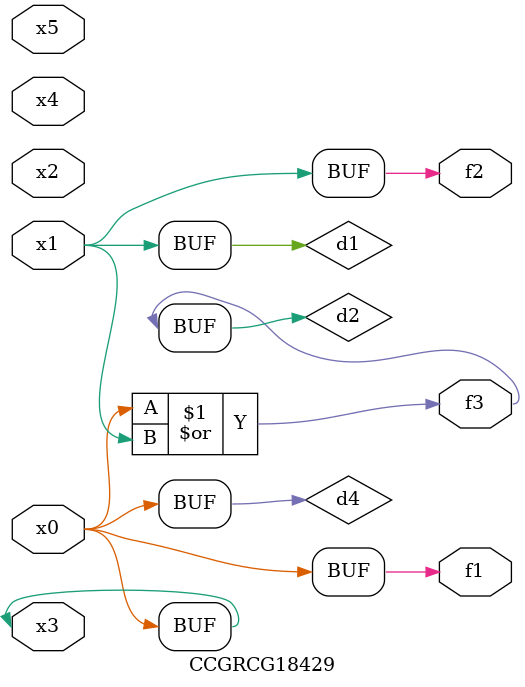
<source format=v>
module CCGRCG18429(
	input x0, x1, x2, x3, x4, x5,
	output f1, f2, f3
);

	wire d1, d2, d3, d4;

	and (d1, x1);
	or (d2, x0, x1);
	nand (d3, x0, x5);
	buf (d4, x0, x3);
	assign f1 = d4;
	assign f2 = d1;
	assign f3 = d2;
endmodule

</source>
